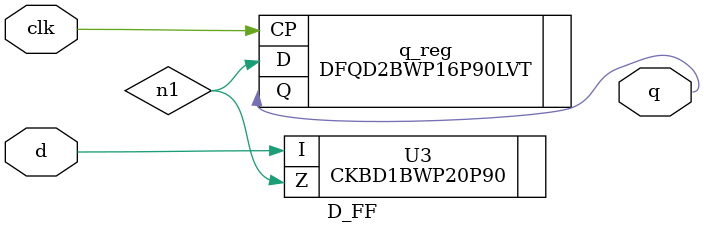
<source format=v>


module D_FF ( q, d, clk );
  input d, clk;
  output q;
  wire   n1;

  DFQD2BWP16P90LVT q_reg ( .D(n1), .CP(clk), .Q(q) );
  CKBD1BWP20P90 U3 ( .I(d), .Z(n1) );
endmodule


</source>
